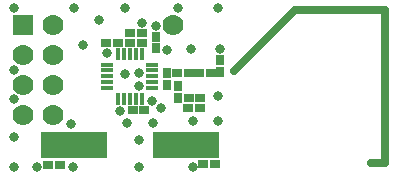
<source format=gts>
*%FSLAX24Y24*%
*%MOIN*%
G01*
%ADD11C,0.0010*%
%ADD12C,0.0030*%
%ADD13C,0.0050*%
%ADD14C,0.0060*%
%ADD15C,0.0073*%
%ADD16C,0.0080*%
%ADD17C,0.0100*%
%ADD18C,0.0120*%
%ADD19C,0.0200*%
%ADD20C,0.0250*%
%ADD21C,0.0300*%
%ADD22C,0.0320*%
%ADD23C,0.0400*%
%ADD24C,0.0500*%
%ADD25C,0.0560*%
%ADD26C,0.0620*%
%ADD27C,0.0700*%
%ADD28C,0.0800*%
%ADD29R,0.0098X0.0331*%
%ADD30R,0.0178X0.0411*%
%ADD31R,0.0200X0.0250*%
%ADD32R,0.0250X0.0200*%
%ADD33R,0.0280X0.0330*%
%ADD34R,0.0330X0.0280*%
%ADD35R,0.0331X0.0098*%
%ADD36R,0.0411X0.0178*%
%ADD37R,0.0620X0.0620*%
%ADD38R,0.0700X0.0700*%
%ADD39R,0.2165X0.0787*%
%ADD40R,0.2245X0.0867*%
D18*
X281773Y120684D02*
X281774D01*
D20*
X281744Y120694D02*
X283780Y122729D01*
X283784Y122729D02*
X286764Y122729D01*
Y117620D01*
Y117619D02*
X286281D01*
D22*
X275160Y117495D02*
D03*
X279120Y122210D02*
D03*
X277225Y122400D02*
D03*
X279860Y122780D02*
D03*
X278100D02*
D03*
X276400D02*
D03*
X278550Y117495D02*
D03*
X280380D02*
D03*
X276370D02*
D03*
X276310Y118940D02*
D03*
X274407Y122780D02*
D03*
X281200D02*
D03*
X274407Y117495D02*
D03*
X276700Y121570D02*
D03*
X278150Y118965D02*
D03*
X279015Y118950D02*
D03*
X278565Y118400D02*
D03*
X274407Y118480D02*
D03*
Y119765D02*
D03*
Y120735D02*
D03*
X278570Y120620D02*
D03*
X277935Y119350D02*
D03*
X278090Y120610D02*
D03*
X278580Y120210D02*
D03*
X277490Y121290D02*
D03*
X279305Y119450D02*
D03*
X280375Y119020D02*
D03*
X279000Y119710D02*
D03*
X281200Y119030D02*
D03*
Y119855D02*
D03*
X279485Y121400D02*
D03*
X281250Y121425D02*
D03*
X280300D02*
D03*
X278670Y122300D02*
D03*
D27*
X279695Y122230D02*
D03*
X275695D02*
D03*
X274695Y121230D02*
D03*
X275695D02*
D03*
X274695Y120230D02*
D03*
X275695D02*
D03*
X274695Y119230D02*
D03*
X275695D02*
D03*
D30*
X277867Y119767D02*
D03*
X278064D02*
D03*
X278261D02*
D03*
X278458D02*
D03*
X278655D02*
D03*
Y121256D02*
D03*
X278458D02*
D03*
X278261D02*
D03*
X278064D02*
D03*
X277867D02*
D03*
D33*
X279120Y121450D02*
D03*
Y121844D02*
D03*
X279850Y119810D02*
D03*
Y120204D02*
D03*
X279510Y120236D02*
D03*
Y120630D02*
D03*
X281280Y120665D02*
D03*
Y121059D02*
D03*
D34*
X280610Y119785D02*
D03*
X280216D02*
D03*
X278262Y121970D02*
D03*
X278655D02*
D03*
X278744Y119389D02*
D03*
X278350D02*
D03*
X280708Y117579D02*
D03*
X281102D02*
D03*
X275534Y117559D02*
D03*
X275928D02*
D03*
X280234Y120640D02*
D03*
X279840D02*
D03*
X278260Y121640D02*
D03*
X278654D02*
D03*
X277476D02*
D03*
X277870D02*
D03*
X280595Y119445D02*
D03*
X280201Y119445D02*
D03*
X280576Y120640D02*
D03*
X280970D02*
D03*
D36*
X277512Y120910D02*
D03*
Y120713D02*
D03*
Y120516D02*
D03*
Y120319D02*
D03*
Y120123D02*
D03*
X279010D02*
D03*
Y120319D02*
D03*
Y120516D02*
D03*
Y120713D02*
D03*
Y120910D02*
D03*
D38*
X274695Y122230D02*
D03*
D40*
X276395Y118229D02*
D03*
X280136D02*
D03*
M02*

</source>
